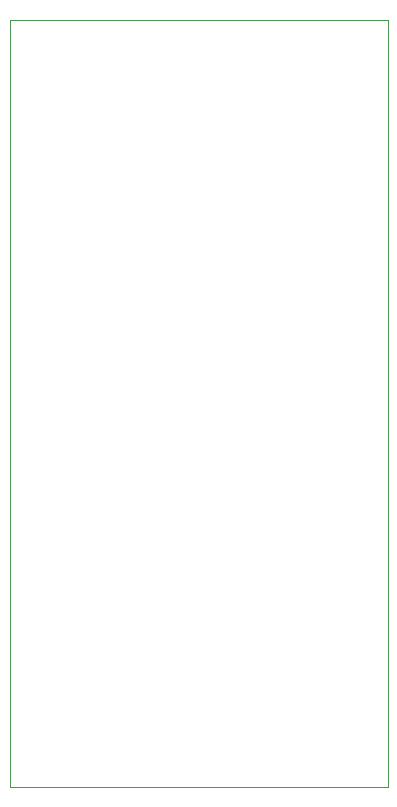
<source format=gbr>
G04 #@! TF.GenerationSoftware,KiCad,Pcbnew,5.1.4-e60b266~84~ubuntu19.04.1*
G04 #@! TF.CreationDate,2019-11-14T23:12:59+01:00*
G04 #@! TF.ProjectId,USBtin,55534274-696e-42e6-9b69-6361645f7063,rev?*
G04 #@! TF.SameCoordinates,Original*
G04 #@! TF.FileFunction,Profile,NP*
%FSLAX46Y46*%
G04 Gerber Fmt 4.6, Leading zero omitted, Abs format (unit mm)*
G04 Created by KiCad (PCBNEW 5.1.4-e60b266~84~ubuntu19.04.1) date 2019-11-14 23:12:59*
%MOMM*%
%LPD*%
G04 APERTURE LIST*
%ADD10C,0.050000*%
G04 APERTURE END LIST*
D10*
X100838200Y-164795400D02*
X132838200Y-164795400D01*
X132838200Y-164795400D02*
X132838200Y-99795400D01*
X100838200Y-99795400D02*
X132838200Y-99795400D01*
X100838200Y-164795400D02*
X100838200Y-99795400D01*
M02*

</source>
